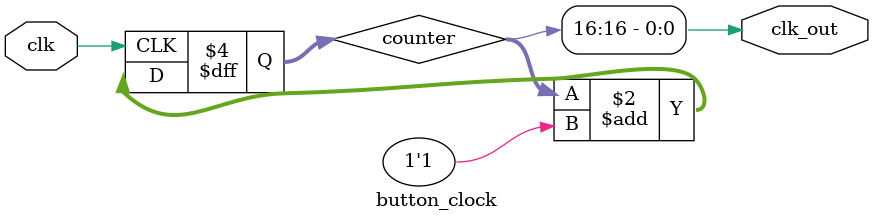
<source format=v>

module button_clock(clk, clk_out);

	input clk;
	output wire clk_out;
	
	reg [16:0] counter =17'b0;
	// The output is the msb of the counter
	assign clk_out = counter[16];
	
	always @(posedge clk)
		begin
			counter <= counter + 1'b1;
		end
		
endmodule
</source>
